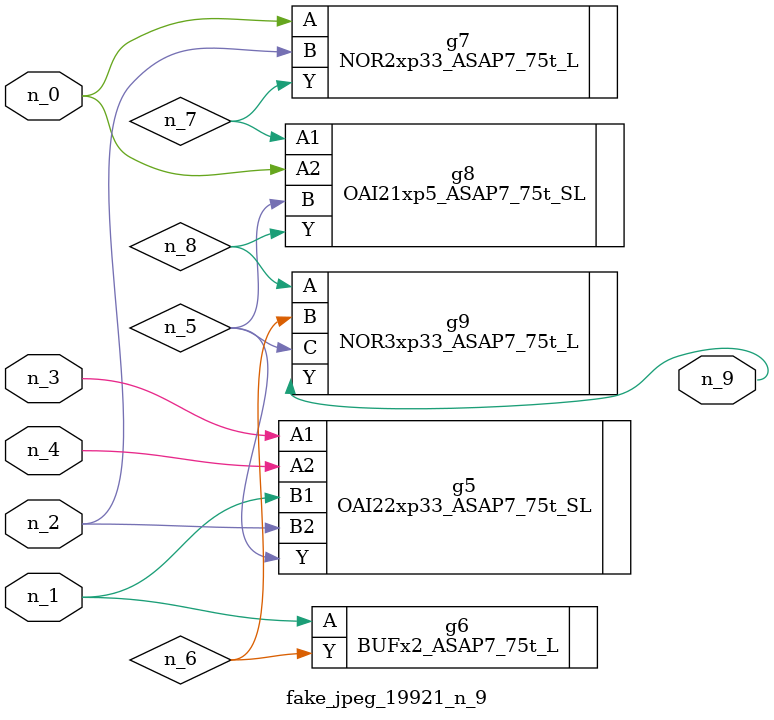
<source format=v>
module fake_jpeg_19921_n_9 (n_3, n_2, n_1, n_0, n_4, n_9);

input n_3;
input n_2;
input n_1;
input n_0;
input n_4;

output n_9;

wire n_8;
wire n_6;
wire n_5;
wire n_7;

OAI22xp33_ASAP7_75t_SL g5 ( 
.A1(n_3),
.A2(n_4),
.B1(n_1),
.B2(n_2),
.Y(n_5)
);

BUFx2_ASAP7_75t_L g6 ( 
.A(n_1),
.Y(n_6)
);

NOR2xp33_ASAP7_75t_L g7 ( 
.A(n_0),
.B(n_2),
.Y(n_7)
);

OAI21xp5_ASAP7_75t_SL g8 ( 
.A1(n_7),
.A2(n_0),
.B(n_5),
.Y(n_8)
);

NOR3xp33_ASAP7_75t_L g9 ( 
.A(n_8),
.B(n_6),
.C(n_5),
.Y(n_9)
);


endmodule
</source>
